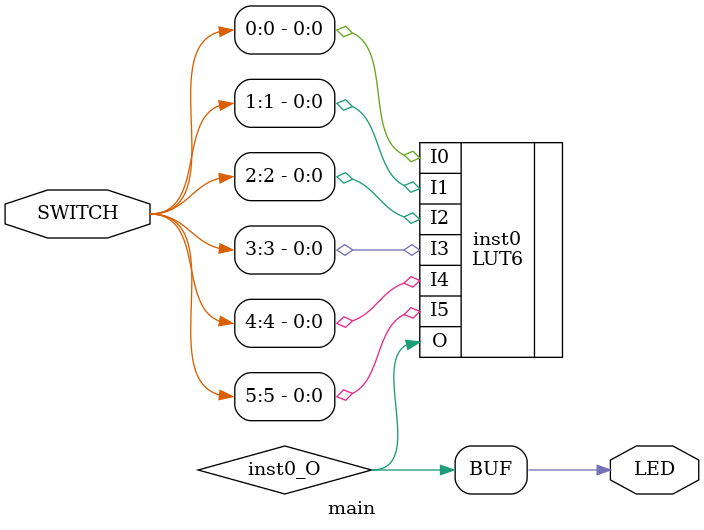
<source format=v>
module main (output [0:0] LED, input [5:0] SWITCH);
wire  inst0_O;
LUT6 #(.INIT(64'hFF00F0F0CCCCAAAA)) inst0 (.I0(SWITCH[0]), .I1(SWITCH[1]), .I2(SWITCH[2]), .I3(SWITCH[3]), .I4(SWITCH[4]), .I5(SWITCH[5]), .O(inst0_O));
assign LED = {inst0_O};
endmodule


</source>
